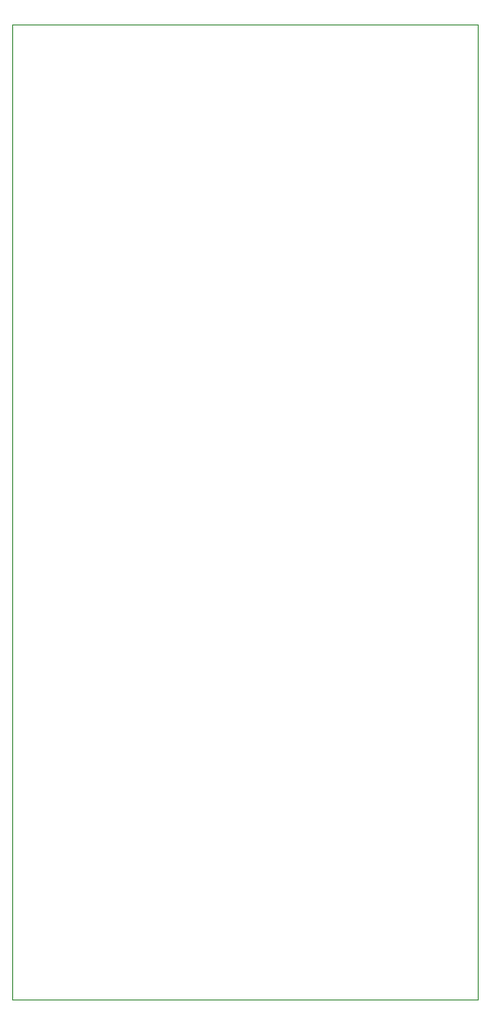
<source format=gbr>
%TF.GenerationSoftware,KiCad,Pcbnew,(7.0.0-0)*%
%TF.CreationDate,2023-03-31T09:05:14+02:00*%
%TF.ProjectId,Nes Sound Expansion,4e657320-536f-4756-9e64-20457870616e,rev?*%
%TF.SameCoordinates,Original*%
%TF.FileFunction,Profile,NP*%
%FSLAX46Y46*%
G04 Gerber Fmt 4.6, Leading zero omitted, Abs format (unit mm)*
G04 Created by KiCad (PCBNEW (7.0.0-0)) date 2023-03-31 09:05:14*
%MOMM*%
%LPD*%
G01*
G04 APERTURE LIST*
%TA.AperFunction,Profile*%
%ADD10C,0.050000*%
%TD*%
G04 APERTURE END LIST*
D10*
X137795000Y-36195000D02*
X95885000Y-36195000D01*
X137795000Y-123825000D02*
X137795000Y-36195000D01*
X95885000Y-36195000D02*
X95885000Y-123825000D01*
X95885000Y-123825000D02*
X137795000Y-123825000D01*
M02*

</source>
